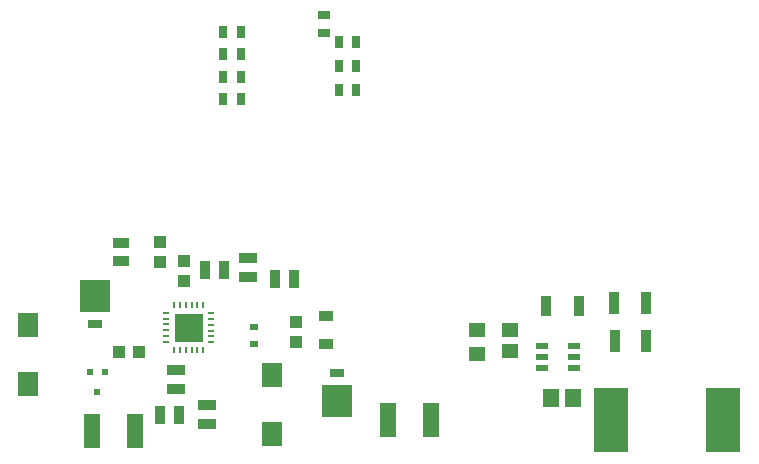
<source format=gbp>
G04*
G04 #@! TF.GenerationSoftware,Altium Limited,Altium Designer,22.10.1 (41)*
G04*
G04 Layer_Color=128*
%FSLAX24Y24*%
%MOIN*%
G70*
G04*
G04 #@! TF.SameCoordinates,D3DE9D1E-BBEA-47A5-8CCE-E8523334BBBC*
G04*
G04*
G04 #@! TF.FilePolarity,Positive*
G04*
G01*
G75*
%ADD21R,0.0394X0.0315*%
%ADD37R,0.0576X0.0494*%
%ADD39R,0.0354X0.0748*%
%ADD42R,0.0554X0.0615*%
%ADD43R,0.0374X0.0669*%
%ADD44R,0.0433X0.0236*%
%ADD93R,0.0315X0.0394*%
%ADD94R,0.0551X0.1142*%
%ADD95R,0.0500X0.0300*%
%ADD96R,0.1000X0.1051*%
%ADD97R,0.0236X0.0236*%
%ADD98R,0.0669X0.0787*%
%ADD99R,0.0315X0.0197*%
%ADD100R,0.0098X0.0236*%
%ADD101R,0.0236X0.0098*%
%ADD102R,0.0965X0.0965*%
%ADD103R,0.0374X0.0591*%
%ADD104R,0.0591X0.0374*%
%ADD105R,0.0394X0.0394*%
%ADD106R,0.0394X0.0394*%
%ADD107R,0.0531X0.0374*%
%ADD108R,0.0512X0.0354*%
%ADD109R,0.1181X0.2165*%
%ADD110R,0.0536X0.0455*%
D21*
X26200Y24255D02*
D03*
Y24845D02*
D03*
D37*
X31300Y14357D02*
D03*
Y13550D02*
D03*
D39*
X36950Y15250D02*
D03*
X35887D02*
D03*
X35900Y14000D02*
D03*
X36963D02*
D03*
D42*
X34525Y12100D02*
D03*
X33775D02*
D03*
D43*
X34700Y15150D02*
D03*
X33598D02*
D03*
D44*
X34550Y13076D02*
D03*
X33487D02*
D03*
Y13446D02*
D03*
X34550Y13824D02*
D03*
X33487D02*
D03*
X34550Y13450D02*
D03*
D93*
X27295Y23950D02*
D03*
X26705D02*
D03*
X27295Y23150D02*
D03*
X26705D02*
D03*
X27295Y22350D02*
D03*
X26705D02*
D03*
X22855Y24300D02*
D03*
X23445D02*
D03*
X22855Y23550D02*
D03*
X23445D02*
D03*
X22855Y22800D02*
D03*
X23445D02*
D03*
X22855Y22050D02*
D03*
X23445D02*
D03*
D94*
X18491Y10990D02*
D03*
X19908D02*
D03*
X28349Y11348D02*
D03*
X29766D02*
D03*
D95*
X18579Y14546D02*
D03*
X26660Y12912D02*
D03*
D96*
X18579Y15471D02*
D03*
X26660Y11987D02*
D03*
D97*
X18657Y12300D02*
D03*
X18401Y12970D02*
D03*
X18913D02*
D03*
D98*
X16350Y12566D02*
D03*
Y14534D02*
D03*
X24495Y10885D02*
D03*
Y12854D02*
D03*
D99*
X23886Y14464D02*
D03*
Y13874D02*
D03*
D100*
X21207Y13685D02*
D03*
X22192D02*
D03*
X21995D02*
D03*
X21798D02*
D03*
X21601D02*
D03*
X21404D02*
D03*
X21207Y15181D02*
D03*
X22192D02*
D03*
X21995D02*
D03*
X21798D02*
D03*
X21601D02*
D03*
X21404D02*
D03*
D101*
X22446Y13942D02*
D03*
Y14926D02*
D03*
Y14533D02*
D03*
Y14336D02*
D03*
Y14139D02*
D03*
X20950Y13948D02*
D03*
Y14933D02*
D03*
Y14736D02*
D03*
Y14539D02*
D03*
Y14342D02*
D03*
Y14145D02*
D03*
X22446Y14730D02*
D03*
D102*
X21698Y14433D02*
D03*
D103*
X22252Y16354D02*
D03*
X22882D02*
D03*
X20737Y11514D02*
D03*
X21367D02*
D03*
X24584Y16067D02*
D03*
X25214D02*
D03*
D104*
X22306Y11227D02*
D03*
Y11857D02*
D03*
X21281Y13005D02*
D03*
Y12375D02*
D03*
X23682Y16756D02*
D03*
Y16126D02*
D03*
D105*
X21563Y15985D02*
D03*
Y16655D02*
D03*
X20751Y16625D02*
D03*
Y17295D02*
D03*
X25296Y14611D02*
D03*
Y13941D02*
D03*
D106*
X19388Y13628D02*
D03*
X20057D02*
D03*
D107*
X19463Y17254D02*
D03*
Y16664D02*
D03*
D108*
X26271Y14805D02*
D03*
Y13899D02*
D03*
D109*
X39514Y11339D02*
D03*
X35774D02*
D03*
D110*
X32400Y14345D02*
D03*
Y13655D02*
D03*
M02*

</source>
